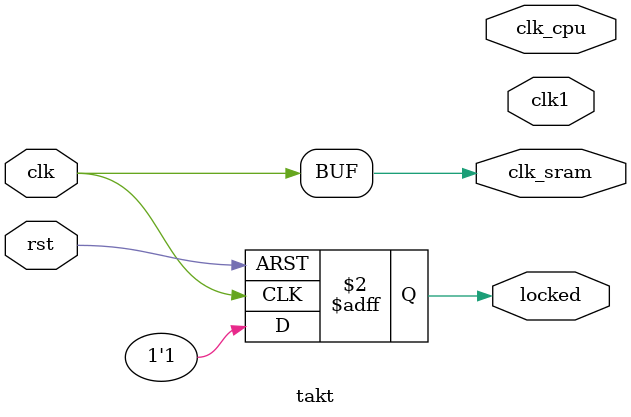
<source format=v>
`timescale 1ns / 1ps



module sram_block( amem, dmem_in, dmem_out, en, wen, 
								addr_sr,
								data_io_0, data_io_1, 
								ce_0, ce_1, 
								oe, 
								we, 
								ub_0, lb_0, 
								ub_1, lb_1,
									clk_cpu, clk_sram, rst);


input[19:0] amem;

input[31:0] dmem_in;
output[31:0] dmem_out;

reg[31:0] dmem_out;
reg[31:0] dmem_out1;

input[3:0] en;
input[3:0] wen;

output[17:0] addr_sr;
reg[17:0] addr_sr;

inout[15:0] data_io_0;
inout[15:0] data_io_1;

//wire[15:0] datawrite_0;
//wire[15:0] datawrite_1;




output ce_0;
output ce_1;

reg ce_0, ce_1;

output oe;

reg oe;

output we;

reg we;

output ub_0;
output lb_0;

reg ub_0, lb_0;

output ub_1;
output lb_1;

reg ub_1, lb_1;

output clk_cpu; 
reg clk_cpu;

input clk_sram;
input rst;

/*

always @(posedge clk_sram)
	begin
		we <= 1;
		oe <= 1;
		ce_0 <= 1;
		ce_1 <= 1;
		ub_0 <= 1;
		lb_0 <= 1;
		ub_1 <= 1;
		lb_1 <= 1;
		locked <= 1;
	end

*/

// prelude

reg ub_0_A;
reg lb_0_A;
reg ub_1_A;
reg lb_1_A;
reg ce_0_A;
reg ce_1_A;
reg oe_A;
reg we_A;
reg[17:0] addr_sr_A;
reg[31:0] dmem_out1_A;




// the state machine for reading and writing to the SRAM

reg[3:0] state, next_st;

// infer tri-states

parameter	wait_sync_state = 0,
				normal_first = 1,
				first_after_read = 2,
				first_after_write = 3,
				second_state = 4,
				third_state = 5,
				fourth_state = 6,
				read_state_1 = 7,
				read_state_2 = 8,
				write_state_1 = 9,
				write_state_2 = 10,
				fifth_state = 11,
				sixth_state = 12;

reg[15:0] datawrite_0_Mem;
reg[15:0] datawrite_1_Mem;


assign data_io_0 = ((state == write_state_2) || (state == first_after_write)) ? datawrite_0_Mem : 16'bz;
assign data_io_1 = ((state == write_state_2) || (state == first_after_write)) ? datawrite_1_Mem : 16'bz;


	
wire[17:0] addr_sr_in;


assign addr_sr_in = amem[19:2];

//assign datawrite_0 = dmem_in[15:0];
//assign datawrite_1 = dmem_in[31:16];

	
always @(posedge clk_sram or posedge rst)
	begin
		if (rst)
			begin
				state = normal_first;
				datawrite_0_Mem = 16'b0;
				datawrite_0_Mem = 16'b0;
			end
		else
			begin
				if (state == fourth_state)
					begin
						state = next_st;
					end
				else if (state == write_state_1)
					begin
						datawrite_0_Mem = dmem_in[15:0];
						datawrite_1_Mem = dmem_in[31:16];
						state = next_st;
					end				
				else if (state == read_state_2)
					begin
						dmem_out = dmem_out1_A;
						state = next_st;
					end
				else
					begin
						state = next_st;
					end
			end
	end

// next state combinatorial block:

always @(state or en or wen)
	begin
		case (state)
			normal_first:		begin
										next_st = second_state;
									end
			first_after_read:	begin
										next_st = second_state;
									end
			first_after_write:begin
										next_st = second_state;
									end
			second_state:		begin
										next_st = third_state;
									end
			third_state:		begin
										next_st = fourth_state;
									end
			fourth_state:		begin
										if ((|en) & (|wen))
											next_st = write_state_1;
										else if ((|en) & (~(|wen)))
											next_st = read_state_1;
										else
											next_st = fifth_state;
									end
			read_state_1:		begin
										next_st = read_state_2;
									end
			write_state_1:		begin
										next_st = write_state_2;
									end
			read_state_2:		begin
										next_st = first_after_read;
									end
			write_state_2:		begin
										next_st = first_after_write;
									end
			fifth_state:		begin
										next_st = sixth_state;
									end
			sixth_state:		begin
										next_st = normal_first;
									end
			default:				begin
										next_st = normal_first;
									end
		endcase
	end


// output combinatorial block

reg clk_cpu_A;

always @(posedge clk_sram or posedge rst)
	begin
		if (rst)
			clk_cpu <= 0;
		else
			clk_cpu <= clk_cpu_A;
	end

always @(state)
	begin
		case (state)
			normal_first, first_after_read, first_after_write,
			second_state, sixth_state, read_state_2, write_state_2:
			begin
				clk_cpu_A = 1'b1;
			end
			third_state, fourth_state, fifth_state,
			read_state_1, write_state_1:
			begin
				clk_cpu_A = 1'b0;
			end
			default:
			begin
				clk_cpu_A = 1'b0;
			end
		endcase
	end


always @(posedge clk_sram or posedge rst)
	begin
		if (rst)
			begin
				ub_0 <= 1;
				lb_0 <= 1;
				ub_1 <= 1;
				lb_1 <= 1;
				ce_0 <= 1;
				ce_1 <= 1;
				oe <= 1;
				we <= 1;
				addr_sr <= 18'bz;
			end
		else
			begin
				ub_0 <= ub_0_A;
				lb_0 <= lb_0_A;
				ub_1 <= ub_1_A;
				lb_1 <= lb_1_A;
				ce_0 <= ce_0_A;
				ce_1 <= ce_1_A;
				oe <= oe_A;
				we <= we_A;
				addr_sr <= addr_sr_A;
			end
	end

always @(state)
	begin
		case (state)
			normal_first, first_after_write,
			second_state, third_state, fourth_state, fifth_state, sixth_state,
			write_state_1, write_state_2:
			begin
				dmem_out1_A = 32'b0;
			end
			read_state_1, read_state_2, first_after_read:
			begin
				dmem_out1_A = {data_io_1,data_io_0};
			end
			default:
			begin
				dmem_out1_A = 32'b0;
			end
		endcase
	end


always @(state or en or wen or addr_sr_in)
	begin
		case (state)
			normal_first,
			first_after_read,
			first_after_write,
			second_state,
			third_state,
			fifth_state, sixth_state
			:		begin
										ub_0_A = 1;
										lb_0_A = 1;
										ub_1_A = 1;
										lb_1_A = 1;
										ce_0_A = 1;
										ce_1_A = 1;
										oe_A = 1;
										we_A = 1;
										addr_sr_A = 18'bz;
									end
			fourth_state:		begin
										if ((|en) & (~(|wen)))
											begin
												oe_A = 0;
												we_A = 1;
												addr_sr_A = addr_sr_in;
												lb_0_A = ~en[0];
												ub_0_A = ~en[1];
												lb_1_A = ~en[2];
												ub_1_A = ~en[3];
												ce_0_A = ~|{en[1:0]};
												ce_1_A = ~|{en[3:2]};
											end
										else if ((|en) & (|wen))
											begin
												oe_A = 1;
												we_A = 1;
												addr_sr_A = addr_sr_in;
												lb_0_A = ~wen[0];
												ub_0_A = ~wen[1];
												lb_1_A = ~wen[2];
												ub_1_A = ~wen[3];
												ce_0_A = ~|{en[1:0]};
												ce_1_A = ~|{en[3:2]};
											end 
										else
											begin
												ub_0_A = 1;
												lb_0_A = 1;
												ub_1_A = 1;
												lb_1_A = 1;
												ce_0_A = 1;
												ce_1_A = 1;
												oe_A = 1;
												we_A = 1;
												addr_sr_A = 18'bz;
											end
									end
			read_state_1:		begin
										oe_A = 0;
										we_A = 1;
										addr_sr_A = addr_sr_in;
										lb_0_A = ~en[0];
										ub_0_A = ~en[1];
										lb_1_A = ~en[2];
										ub_1_A = ~en[3];
										ce_0_A = ~|{en[1:0]};
										ce_1_A = ~|{en[3:2]};
									end
			read_state_2:		begin
										oe_A = 0;
										we_A = 1;
										addr_sr_A = addr_sr_in;
										lb_0_A = ~en[0];
										ub_0_A = ~en[1];
										lb_1_A = ~en[2];
										ub_1_A = ~en[3];
										ce_0_A = ~|{en[1:0]};
										ce_1_A = ~|{en[3:2]};
									end
			write_state_1:		begin
										oe_A = 1;
										we_A = 0;
										addr_sr_A = addr_sr_in;
										lb_0_A = ~wen[0];
										ub_0_A = ~wen[1];
										lb_1_A = ~wen[2];
										ub_1_A = ~wen[3];
										ce_0_A = ~|{en[1:0]};
										ce_1_A = ~|{en[3:2]};
									end
			write_state_2:		begin
										oe_A = 1;
										we_A = 1;
										addr_sr_A = addr_sr_in;
										lb_0_A = ~wen[0];
										ub_0_A = ~wen[1];
										lb_1_A = ~wen[2];
										ub_1_A = ~wen[3];
										ce_0_A = ~|{en[1:0]};
										ce_1_A = ~|{en[3:2]};
									end
			default:				begin
										ub_0_A = 1;
										lb_0_A = 1;
										ub_1_A = 1;
										lb_1_A = 1;
										ce_0_A = 1;
										ce_1_A = 1;
										oe_A = 1;
										we_A = 1;
										addr_sr_A = 18'bz;
									end
		endcase
	end


endmodule


module takt (clk, clk1, clk_cpu, clk_sram, locked, rst );

input clk;

input rst;

output locked;

output clk1;

output clk_cpu;

output clk_sram;


assign clk_sram = clk;


reg locked;

always @(posedge clk or posedge rst)
	begin
		if (rst)
			locked = 1'b0;
		else
			locked = 1'b1;
	end

// DCM : In order to incorporate this function into the design,
// Verilog : the following instance declaration needs to be placed
// instance : in the body of the design code. The instance name
// declaration : (DCM_inst) and/or the port declarations within the
// code : parenthesis maybe changed to properly reference and
// : connect this function to the design. Unused inputs
// : and outputs may be removed or commented out.
// <-----Cut code below this line---->
// DCM: Digital Clock Manager Circuit for Virtex-II/II-Pro and Spartan-3
// The current version of the Xilinx HDL Libraries Guide


/*

wire CLKIN = clk;

wire clkfx;
wire clkdv;
wire clk0;

wire CLKFB = clk0;

assign clk_cpu = clkdv;
assign clk_sram = clkfx;

DCM DCM_inst (
.CLK0(CLK0), // 0 degree DCM CLK ouptput
.CLK180(CLK180), // 180 degree DCM CLK output
.CLK270(CLK270), // 270 degree DCM CLK output
.CLK2X(CLK2X), // 2X DCM CLK output
.CLK2X180(CLK2X180), // 2X, 180 degree DCM CLK out
.CLK90(CLK90), // 90 degree DCM CLK output
.CLKDV(CLKDV), // Divided DCM CLK out (CLKDV_DIVIDE)
.CLKFX(CLKFX), // DCM CLK synthesis out (M/D)
.CLKFX180(CLKFX180), // 180 degree CLK synthesis out
.LOCKED(LOCKED), // DCM LOCK status output
.PSDONE(PSDONE), // Dynamic phase adjust done output
.STATUS(STATUS), // 8-bit DCM status bits output
.CLKFB(CLKFB), // DCM clock feedback
.CLKIN(CLKIN), // Clock input (from IBUFG, BUFG or DCM)
.PSCLK(PSCLK), // Dynamic phase adjust clock input
.PSEN(PSEN), // Dynamic phase adjust enable input
.PSINCDEC(PSINCDEC), // Dynamic phase adjust increment/decrement
.RST(rst) // DCM asynchronous reset input
);

BUFG bufg_1 (.I(CLKFX), .O(clkfx));
BUFG bufg_2 (.I(CLKDV), .O(clkdv));

BUFG bufg_3 (.I(CLK0), .O(clk0));

assign locked = LOCKED;
assign clk1 = clk0;

// The following defparam declarations are only necessary if you
// wish to change the default behavior
// of the DCM. If the instance name is changed, these defparams need
// to be updated accordingly.
defparam DCM_inst.CLKDV_DIVIDE = 3.0; 
// Divide by:
//1.5,2.0,2.5,3.0,3.5,4.0,4.5,5.0,5.5,6.0,6.5
//7.0,7.5,8.0,9.0,10.0,11.0,12.0,13.0,14.0,15.0 or 16.0
defparam DCM_inst.CLKFX_DIVIDE = 1;
// Can be any integer from 1 to 32
defparam DCM_inst.CLKFX_MULTIPLY = 2; 
// Can be any integer from 2 to 32
defparam DCM_inst.CLKIN_DIVIDE_BY_2 = "FALSE"; 
// TRUE/FALSE to enable CLKIN divide by two feature
defparam DCM_inst.CLKIN_PERIOD = 20.0; 
// Specify period of input clock
defparam DCM_inst.CLKOUT_PHASE_SHIFT = "NONE"; 
// Specify phase shift of NONE, FIXED or VARIABLE
defparam DCM_inst.CLK_FEEDBACK = "1X"; // Specify clock feedback of NONE, 1X or 2X

defparam DCM_inst.DESKEW_ADJUST = "SYSTEM_SYNCHRONOUS"; 
//SOURCE_SYNCHRONOUS, SYSTEM_SYNCHRONOUS or
// an integer from 0 to 15
defparam DCM_inst.DFS_FREQUENCY_MODE = "LOW"; 
// HIGH or LOW frequency mode for frequency synthesis
defparam DCM_inst.DLL_FREQUENCY_MODE = "LOW"; 
// HIGH or LOW frequency mode for DLL
defparam DCM_inst.DUTY_CYCLE_CORRECTION = "TRUE"; 
// Duty cycle correction, TRUE or FALSE
defparam DCM_inst.FACTORY_JF = 16'hC080; 
// FACTORY JF Values
defparam DCM_inst.PHASE_SHIFT = 0; 
// Amount of fixed phase shift from -255 to 255
defparam DCM_inst.STARTUP_WAIT = "FALSE"; 
// Delay configuration DONE until DCM LOCK, TRUE/FALSE

// End of DCM_inst instantiation

*/


endmodule





</source>
